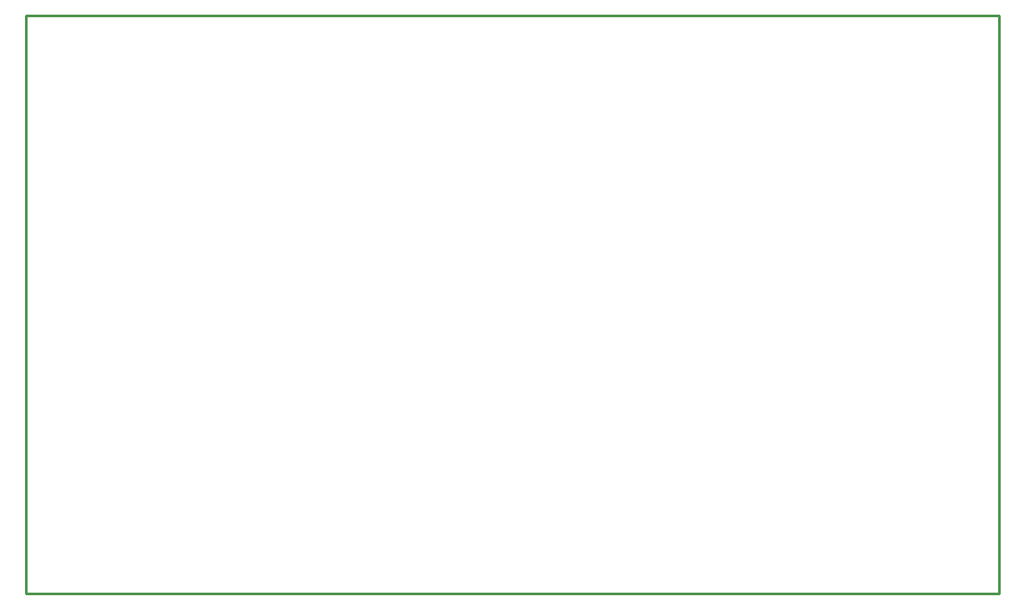
<source format=gko>
G04 Layer: BoardOutline*
G04 Gerber Generator version 0.2*
G04 Scale: 100 percent, Rotated: No, Reflected: No *
G04 Dimensions in millimeters *
G04 leading zeros omitted , absolute positions ,4 integer and 5 decimal *
%FSLAX45Y45*%
%MOMM*%

%ADD10C,0.2540*%
D10*
X9648951Y15494D02*
G01*
X9648951Y-88900D01*
X100076Y-88900D01*
X100076Y5588000D01*
X9648951Y5588000D01*
X9648951Y15494D01*

%LPD*%
M02*

</source>
